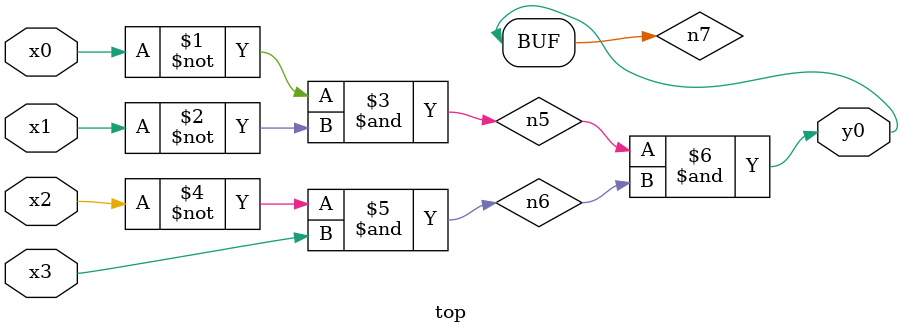
<source format=v>
module top( x0 , x1 , x2 , x3 , y0 );
  input x0 , x1 , x2 , x3 ;
  output y0 ;
  wire n5 , n6 , n7 ;
  assign n5 = ~x0 & ~x1 ;
  assign n6 = ~x2 & x3 ;
  assign n7 = n5 & n6 ;
  assign y0 = n7 ;
endmodule

</source>
